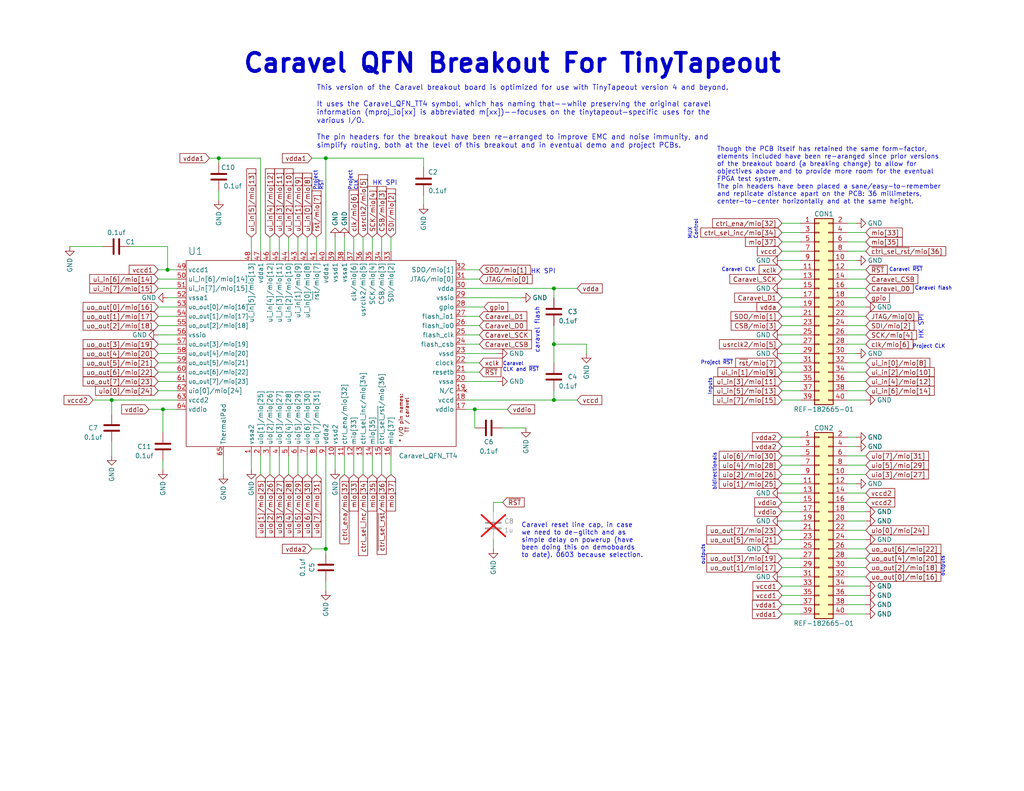
<source format=kicad_sch>
(kicad_sch (version 20231120) (generator "eeschema") (generator_version "8.0")
  (paper "A")
  (title_block (title "Caravel QFN Breakout") (date "2023-11-22") (rev "3.0") (company "Psychogenic Technologies") (comment 1 "(C) 2023 Pat Deegan"))
  (lib_symbols
    (symbol "Connector_Generic:Conn_02x20_Odd_Even" (pin_names (offset 1.016) hide)
      (property "Reference" "J" (at 1.27 25.4 0))
      (property "Value" "Conn_02x20_Odd_Even" (at 1.27 -27.94 0))
      (symbol "Conn_02x20_Odd_Even_1_1"
        (rectangle (start -1.27 -25.273) (end 0 -25.527) (stroke (width 0.1524)))
        (rectangle (start -1.27 -22.733) (end 0 -22.987) (stroke (width 0.1524)))
        (rectangle (start -1.27 -20.193) (end 0 -20.447) (stroke (width 0.1524)))
        (rectangle (start -1.27 -17.653) (end 0 -17.907) (stroke (width 0.1524)))
        (rectangle (start -1.27 -15.113) (end 0 -15.367) (stroke (width 0.1524)))
        (rectangle (start -1.27 -12.573) (end 0 -12.827) (stroke (width 0.1524)))
        (rectangle (start -1.27 -10.033) (end 0 -10.287) (stroke (width 0.1524)))
        (rectangle (start -1.27 -7.493) (end 0 -7.747) (stroke (width 0.1524)))
        (rectangle (start -1.27 -4.953) (end 0 -5.207) (stroke (width 0.1524)))
        (rectangle (start -1.27 -2.413) (end 0 -2.667) (stroke (width 0.1524)))
        (rectangle (start -1.27 0.127) (end 0 -0.127) (stroke (width 0.1524)))
        (rectangle (start -1.27 2.667) (end 0 2.413) (stroke (width 0.1524)))
        (rectangle (start -1.27 5.207) (end 0 4.953) (stroke (width 0.1524)))
        (rectangle (start -1.27 7.747) (end 0 7.493) (stroke (width 0.1524)))
        (rectangle (start -1.27 10.287) (end 0 10.033) (stroke (width 0.1524)))
        (rectangle (start -1.27 12.827) (end 0 12.573) (stroke (width 0.1524)))
        (rectangle (start -1.27 15.367) (end 0 15.113) (stroke (width 0.1524)))
        (rectangle (start -1.27 17.907) (end 0 17.653) (stroke (width 0.1524)))
        (rectangle (start -1.27 20.447) (end 0 20.193) (stroke (width 0.1524)))
        (rectangle (start -1.27 22.987) (end 0 22.733) (stroke (width 0.1524)))
        (rectangle (start -1.27 24.13) (end 3.81 -26.67) (stroke (width 0.254)) (fill (type background)))
        (rectangle (start 3.81 -25.273) (end 2.54 -25.527) (stroke (width 0.1524)))
        (rectangle (start 3.81 -22.733) (end 2.54 -22.987) (stroke (width 0.1524)))
        (rectangle (start 3.81 -20.193) (end 2.54 -20.447) (stroke (width 0.1524)))
        (rectangle (start 3.81 -17.653) (end 2.54 -17.907) (stroke (width 0.1524)))
        (rectangle (start 3.81 -15.113) (end 2.54 -15.367) (stroke (width 0.1524)))
        (rectangle (start 3.81 -12.573) (end 2.54 -12.827) (stroke (width 0.1524)))
        (rectangle (start 3.81 -10.033) (end 2.54 -10.287) (stroke (width 0.1524)))
        (rectangle (start 3.81 -7.493) (end 2.54 -7.747) (stroke (width 0.1524)))
        (rectangle (start 3.81 -4.953) (end 2.54 -5.207) (stroke (width 0.1524)))
        (rectangle (start 3.81 -2.413) (end 2.54 -2.667) (stroke (width 0.1524)))
        (rectangle (start 3.81 0.127) (end 2.54 -0.127) (stroke (width 0.1524)))
        (rectangle (start 3.81 2.667) (end 2.54 2.413) (stroke (width 0.1524)))
        (rectangle (start 3.81 5.207) (end 2.54 4.953) (stroke (width 0.1524)))
        (rectangle (start 3.81 7.747) (end 2.54 7.493) (stroke (width 0.1524)))
        (rectangle (start 3.81 10.287) (end 2.54 10.033) (stroke (width 0.1524)))
        (rectangle (start 3.81 12.827) (end 2.54 12.573) (stroke (width 0.1524)))
        (rectangle (start 3.81 15.367) (end 2.54 15.113) (stroke (width 0.1524)))
        (rectangle (start 3.81 17.907) (end 2.54 17.653) (stroke (width 0.1524)))
        (rectangle (start 3.81 20.447) (end 2.54 20.193) (stroke (width 0.1524)))
        (rectangle (start 3.81 22.987) (end 2.54 22.733) (stroke (width 0.1524)))
        (pin passive line (at -5.08 22.86 0) (length 3.81) (name "Pin_1") (number "1"))
        (pin passive line (at 7.62 12.7 180) (length 3.81) (name "Pin_10") (number "10"))
        (pin passive line (at -5.08 10.16 0) (length 3.81) (name "Pin_11") (number "11"))
        (pin passive line (at 7.62 10.16 180) (length 3.81) (name "Pin_12") (number "12"))
        (pin passive line (at -5.08 7.62 0) (length 3.81) (name "Pin_13") (number "13"))
        (pin passive line (at 7.62 7.62 180) (length 3.81) (name "Pin_14") (number "14"))
        (pin passive line (at -5.08 5.08 0) (length 3.81) (name "Pin_15") (number "15"))
        (pin passive line (at 7.62 5.08 180) (length 3.81) (name "Pin_16") (number "16"))
        (pin passive line (at -5.08 2.54 0) (length 3.81) (name "Pin_17") (number "17"))
        (pin passive line (at 7.62 2.54 180) (length 3.81) (name "Pin_18") (number "18"))
        (pin passive line (at -5.08 0 0) (length 3.81) (name "Pin_19") (number "19"))
        (pin passive line (at 7.62 22.86 180) (length 3.81) (name "Pin_2") (number "2"))
        (pin passive line (at 7.62 0 180) (length 3.81) (name "Pin_20") (number "20"))
        (pin passive line (at -5.08 -2.54 0) (length 3.81) (name "Pin_21") (number "21"))
        (pin passive line (at 7.62 -2.54 180) (length 3.81) (name "Pin_22") (number "22"))
        (pin passive line (at -5.08 -5.08 0) (length 3.81) (name "Pin_23") (number "23"))
        (pin passive line (at 7.62 -5.08 180) (length 3.81) (name "Pin_24") (number "24"))
        (pin passive line (at -5.08 -7.62 0) (length 3.81) (name "Pin_25") (number "25"))
        (pin passive line (at 7.62 -7.62 180) (length 3.81) (name "Pin_26") (number "26"))
        (pin passive line (at -5.08 -10.16 0) (length 3.81) (name "Pin_27") (number "27"))
        (pin passive line (at 7.62 -10.16 180) (length 3.81) (name "Pin_28") (number "28"))
        (pin passive line (at -5.08 -12.7 0) (length 3.81) (name "Pin_29") (number "29"))
        (pin passive line (at -5.08 20.32 0) (length 3.81) (name "Pin_3") (number "3"))
        (pin passive line (at 7.62 -12.7 180) (length 3.81) (name "Pin_30") (number "30"))
        (pin passive line (at -5.08 -15.24 0) (length 3.81) (name "Pin_31") (number "31"))
        (pin passive line (at 7.62 -15.24 180) (length 3.81) (name "Pin_32") (number "32"))
        (pin passive line (at -5.08 -17.78 0) (length 3.81) (name "Pin_33") (number "33"))
        (pin passive line (at 7.62 -17.78 180) (length 3.81) (name "Pin_34") (number "34"))
        (pin passive line (at -5.08 -20.32 0) (length 3.81) (name "Pin_35") (number "35"))
        (pin passive line (at 7.62 -20.32 180) (length 3.81) (name "Pin_36") (number "36"))
        (pin passive line (at -5.08 -22.86 0) (length 3.81) (name "Pin_37") (number "37"))
        (pin passive line (at 7.62 -22.86 180) (length 3.81) (name "Pin_38") (number "38"))
        (pin passive line (at -5.08 -25.4 0) (length 3.81) (name "Pin_39") (number "39"))
        (pin passive line (at 7.62 20.32 180) (length 3.81) (name "Pin_4") (number "4"))
        (pin passive line (at 7.62 -25.4 180) (length 3.81) (name "Pin_40") (number "40"))
        (pin passive line (at -5.08 17.78 0) (length 3.81) (name "Pin_5") (number "5"))
        (pin passive line (at 7.62 17.78 180) (length 3.81) (name "Pin_6") (number "6"))
        (pin passive line (at -5.08 15.24 0) (length 3.81) (name "Pin_7") (number "7"))
        (pin passive line (at 7.62 15.24 180) (length 3.81) (name "Pin_8") (number "8"))
        (pin passive line (at -5.08 12.7 0) (length 3.81) (name "Pin_9") (number "9"))
      )
    )
    (symbol "Device:C" (pin_numbers hide) (pin_names (offset 0.254))
      (property "Reference" "C" (at 0.635 2.54 0))
      (property "Value" "C" (at 0.635 -2.54 0))
      (symbol "C_0_1"
        (polyline (pts (xy -2.032 -0.762) (xy 2.032 -0.762)) (stroke (width 0.508)))
        (polyline (pts (xy -2.032 0.762) (xy 2.032 0.762)) (stroke (width 0.508)))
      )
      (symbol "C_1_1"
        (pin passive line (at 0 3.81 270) (length 2.794) (name "~") (number "1"))
        (pin passive line (at 0 -3.81 90) (length 2.794) (name "~") (number "2"))
      )
    )
    (symbol "TinyTapeout:Caravel_QFN_TT4"
      (property "Reference" "U1" (at -26.416 41.656 0))
      (property "Value" "Caravel_QFN_TT4" (at 26.035 -33.655 90))
      (symbol "Caravel_QFN_TT4_0_1"
        (rectangle (start -26.67 40.64) (end 24.13 -33.02))
      )
      (symbol "Caravel_QFN_TT4_1_1"
        (text "* I/O pin names:\n  TT / caravel" (at -18.796 -18.796 0) (effects (font (size 1 1))))
        (pin power_in line (at -29.21 22.86 0) (length 2.54) (name "vssa2") (number "1"))
        (pin power_in line (at -29.21 0 0) (length 2.54) (name "vssd2") (number "10"))
        (pin bidirectional line (at -29.21 -2.54 0) (length 2.54) (name "ctrl_ena/mio[32]") (number "11"))
        (pin bidirectional line (at -29.21 -5.08 0) (length 2.54) (name "mio[33]") (number "12"))
        (pin bidirectional line (at -29.21 -7.62 0) (length 2.54) (name "ctrl_sel_inc/mio[34]") (number "13"))
        (pin bidirectional line (at -29.21 -10.16 0) (length 2.54) (name "mio[35]") (number "14"))
        (pin bidirectional line (at -29.21 -12.7 0) (length 2.54) (name "~{ctrl_sel_rst}/mio[36]") (number "15"))
        (pin bidirectional line (at -29.21 -15.24 0) (length 2.54) (name "mio[37]") (number "16"))
        (pin power_in line (at -16.51 -35.56 90) (length 2.54) (name "vddio") (number "17"))
        (pin power_in line (at -13.97 -35.56 90) (length 2.54) (name "vccd") (number "18"))
        (pin no_connect line (at -11.43 -35.56 90) (length 2.54) (name "N/C") (number "19"))
        (pin bidirectional line (at -29.21 20.32 0) (length 2.54) (name "uio[1]/mio[25]") (number "2"))
        (pin power_in line (at -8.89 -35.56 90) (length 2.54) (name "vssa") (number "20"))
        (pin input line (at -6.35 -35.56 90) (length 2.54) (name "resetb") (number "21"))
        (pin input line (at -3.81 -35.56 90) (length 2.54) (name "clock") (number "22"))
        (pin power_in line (at -1.27 -35.56 90) (length 2.54) (name "vssd") (number "23"))
        (pin output line (at 1.27 -35.56 90) (length 2.54) (name "flash_csb") (number "24"))
        (pin output line (at 3.81 -35.56 90) (length 2.54) (name "flash_clk") (number "25"))
        (pin bidirectional line (at 6.35 -35.56 90) (length 2.54) (name "flash_io0") (number "26"))
        (pin bidirectional line (at 8.89 -35.56 90) (length 2.54) (name "flash_io1") (number "27"))
        (pin bidirectional line (at 11.43 -35.56 90) (length 2.54) (name "gpio") (number "28"))
        (pin power_in line (at 13.97 -35.56 90) (length 2.54) (name "vssio") (number "29"))
        (pin bidirectional line (at -29.21 17.78 0) (length 2.54) (name "uio[2]/mio[26]") (number "3"))
        (pin power_in line (at 16.51 -35.56 90) (length 2.54) (name "vdda") (number "30"))
        (pin bidirectional line (at 19.05 -35.56 90) (length 2.54) (name "JTAG/mio[0]") (number "31"))
        (pin bidirectional line (at 21.59 -35.56 90) (length 2.54) (name "SDO/mio[1]") (number "32"))
        (pin bidirectional line (at 26.67 -15.24 180) (length 2.54) (name "SDI/mio[2]") (number "33"))
        (pin bidirectional line (at 26.67 -12.7 180) (length 2.54) (name "CSB/mio[3]") (number "34"))
        (pin bidirectional line (at 26.67 -10.16 180) (length 2.54) (name "SCK/mio[4]") (number "35"))
        (pin bidirectional line (at 26.67 -7.62 180) (length 2.54) (name "usrclk2/mio[5]") (number "36"))
        (pin bidirectional line (at 26.67 -5.08 180) (length 2.54) (name "clk/mio[6]") (number "37"))
        (pin power_in line (at 26.67 -2.54 180) (length 2.54) (name "vssa1") (number "38"))
        (pin power_in line (at 26.67 0 180) (length 2.54) (name "vssd1") (number "39"))
        (pin bidirectional line (at -29.21 15.24 0) (length 2.54) (name "uio[3]/mio[27]") (number "4"))
        (pin power_in line (at 26.67 2.54 180) (length 2.54) (name "vdda1") (number "40"))
        (pin bidirectional line (at 26.67 5.08 180) (length 2.54) (name "~{rst}/mio[7]") (number "41"))
        (pin bidirectional line (at 26.67 7.62 180) (length 2.54) (name "ui_in[0]/mio[8]") (number "42"))
        (pin bidirectional line (at 26.67 10.16 180) (length 2.54) (name "ui_in[1]/mio[9]") (number "43"))
        (pin bidirectional line (at 26.67 12.7 180) (length 2.54) (name "ui_in[2]/mio[10]") (number "44"))
        (pin bidirectional line (at 26.67 15.24 180) (length 2.54) (name "ui_in[3]/mio[11]") (number "45"))
        (pin bidirectional line (at 26.67 17.78 180) (length 2.54) (name "ui_in[4]/mio[12]") (number "46"))
        (pin power_in line (at 26.67 20.32 180) (length 2.54) (name "vdda1") (number "47"))
        (pin bidirectional line (at 26.67 22.86 180) (length 2.54) (name "ui_in[5]/mio[13]") (number "48"))
        (pin power_in line (at 21.59 43.18 270) (length 2.54) (name "vccd1") (number "49"))
        (pin bidirectional line (at -29.21 12.7 0) (length 2.54) (name "uio[4]/mio[28]") (number "5"))
        (pin bidirectional line (at 19.05 43.18 270) (length 2.54) (name "ui_in[6]/mio[14]") (number "50"))
        (pin bidirectional line (at 16.51 43.18 270) (length 2.54) (name "ui_in[7]/mio[15]") (number "51"))
        (pin power_in line (at 13.97 43.18 270) (length 2.54) (name "vssa1") (number "52"))
        (pin bidirectional line (at 11.43 43.18 270) (length 2.54) (name "uo_out[0]/mio[16]") (number "53"))
        (pin bidirectional line (at 8.89 43.18 270) (length 2.54) (name "uo_out[1]/mio[17]") (number "54"))
        (pin bidirectional line (at 6.35 43.18 270) (length 2.54) (name "uo_out[2]/mio[18]") (number "55"))
        (pin power_in line (at 3.81 43.18 270) (length 2.54) (name "vssio") (number "56"))
        (pin bidirectional line (at 1.27 43.18 270) (length 2.54) (name "uo_out[3]/mio[19]") (number "57"))
        (pin bidirectional line (at -1.27 43.18 270) (length 2.54) (name "uo_out[4]/mio[20]") (number "58"))
        (pin bidirectional line (at -3.81 43.18 270) (length 2.54) (name "uo_out[5]/mio[21]") (number "59"))
        (pin bidirectional line (at -29.21 10.16 0) (length 2.54) (name "uio[5]/mio[29]") (number "6"))
        (pin bidirectional line (at -6.35 43.18 270) (length 2.54) (name "uo_out[6]/mio[22]") (number "60"))
        (pin bidirectional line (at -8.89 43.18 270) (length 2.54) (name "uo_out[7]/mio[23]") (number "61"))
        (pin bidirectional line (at -11.43 43.18 270) (length 2.54) (name "uio[0]/mio[24]") (number "62"))
        (pin power_in line (at -13.97 43.18 270) (length 2.54) (name "vccd2") (number "63"))
        (pin power_in line (at -16.51 43.18 270) (length 2.54) (name "vddio") (number "64"))
        (pin power_in line (at -29.21 30.48 0) (length 2.54) (name "ThermalPad") (number "65"))
        (pin bidirectional line (at -29.21 7.62 0) (length 2.54) (name "uio[6]/mio[30]") (number "7"))
        (pin bidirectional line (at -29.21 5.08 0) (length 2.54) (name "uio[7]/mio[31]") (number "8"))
        (pin power_in line (at -29.21 2.54 0) (length 2.54) (name "vdda2") (number "9"))
      )
    )
    (symbol "power:GND" (power) (pin_names (offset 0))
      (property "Value" "GND" (at 0 -3.81 0))
      (symbol "GND_0_1"
        (polyline (pts (xy 0 0) (xy 0 -1.27) (xy 1.27 -1.27) (xy 0 -2.54) (xy -1.27 -1.27) (xy 0 -1.27)))
      )
      (symbol "GND_1_1"
        (pin power_in line (at 0 0 270) (length 0) hide (name "GND") (number "1"))
      )
    )
    (symbol "psypassives:C_1u_0603_50V" (pin_numbers hide) (pin_names (offset 0.254))
      (property "Reference" "C" (at 0.635 2.54 0))
      (property "Display Value" "1u/50V" (at 11.43 1.524 0))
      (symbol "C_1u_0603_50V_0_1"
        (polyline (pts (xy -2.032 -0.762) (xy 2.032 -0.762)) (stroke (width 0.508)))
        (polyline (pts (xy -2.032 0.762) (xy 2.032 0.762)) (stroke (width 0.508)))
      )
      (symbol "C_1u_0603_50V_1_1"
        (pin passive line (at 0 3.81 270) (length 2.794) (name "~") (number "1"))
        (pin passive line (at 0 -3.81 90) (length 2.794) (name "~") (number "2"))
      )
    )
  )
  (junction (at 30.48 109.22))
  (junction (at 88.9 149.86))
  (junction (at 88.9 43.18))
  (junction (at 129.54 111.76))
  (junction (at 151.13 78.74))
  (junction (at 45.72 73.66))
  (junction (at 151.13 93.98))
  (junction (at 44.45 111.76))
  (junction (at 59.69 43.18))
  (junction (at 151.13 109.22))
  (wire (pts (xy 231.14 86.36) (xy 236.22 86.36)))
  (wire (pts (xy 104.14 64.77) (xy 104.14 68.58)))
  (wire (pts (xy 71.12 43.18) (xy 71.12 68.58)))
  (wire (pts (xy 93.98 129.54) (xy 93.98 124.46)))
  (wire (pts (xy 231.14 78.74) (xy 236.22 78.74)))
  (wire (pts (xy 48.26 106.68) (xy 43.18 106.68)))
  (wire (pts (xy 68.58 64.77) (xy 68.58 68.58)))
  (wire (pts (xy 88.9 124.46) (xy 88.9 149.86)))
  (wire (pts (xy 130.81 88.9) (xy 127 88.9)))
  (wire (pts (xy 130.81 86.36) (xy 127 86.36)))
  (wire (pts (xy 88.9 43.18) (xy 115.57 43.18)))
  (wire (pts (xy 93.98 64.77) (xy 93.98 68.58)))
  (wire (pts (xy 210.82 149.86) (xy 218.44 149.86)))
  (wire (pts (xy 45.72 67.31) (xy 35.56 67.31)))
  (wire (pts (xy 231.14 68.58) (xy 236.22 68.58)))
  (wire (pts (xy 99.06 64.77) (xy 99.06 68.58)))
  (wire (pts (xy 157.48 109.22) (xy 151.13 109.22)))
  (wire (pts (xy 60.96 124.46) (xy 60.96 129.54)))
  (wire (pts (xy 127 78.74) (xy 151.13 78.74)))
  (wire (pts (xy 213.36 160.02) (xy 218.44 160.02)))
  (wire (pts (xy 231.14 76.2) (xy 236.22 76.2)))
  (wire (pts (xy 213.36 73.66) (xy 218.44 73.66)))
  (wire (pts (xy 213.36 127) (xy 218.44 127)))
  (wire (pts (xy 129.54 111.76) (xy 127 111.76)))
  (wire (pts (xy 231.14 109.22) (xy 236.22 109.22)))
  (wire (pts (xy 101.6 129.54) (xy 101.6 124.46)))
  (wire (pts (xy 213.36 142.24) (xy 218.44 142.24)))
  (wire (pts (xy 104.14 129.54) (xy 104.14 124.46)))
  (wire (pts (xy 231.14 91.44) (xy 236.22 91.44)))
  (wire (pts (xy 83.82 129.54) (xy 83.82 124.46)))
  (wire (pts (xy 73.66 64.77) (xy 73.66 68.58)))
  (wire (pts (xy 231.14 147.32) (xy 236.22 147.32)))
  (wire (pts (xy 151.13 78.74) (xy 151.13 81.28)))
  (wire (pts (xy 231.14 119.38) (xy 233.68 119.38)))
  (wire (pts (xy 130.81 99.06) (xy 127 99.06)))
  (wire (pts (xy 231.14 106.68) (xy 236.22 106.68)))
  (wire (pts (xy 213.36 132.08) (xy 218.44 132.08)))
  (wire (pts (xy 143.51 116.84) (xy 137.16 116.84)))
  (wire (pts (xy 213.36 119.38) (xy 218.44 119.38)))
  (wire (pts (xy 233.68 96.52) (xy 231.14 96.52)))
  (wire (pts (xy 213.36 60.96) (xy 218.44 60.96)))
  (wire (pts (xy 231.14 157.48) (xy 236.22 157.48)))
  (wire (pts (xy 73.66 129.54) (xy 73.66 124.46)))
  (wire (pts (xy 78.74 64.77) (xy 78.74 68.58)))
  (wire (pts (xy 68.58 128.27) (xy 68.58 124.46)))
  (wire (pts (xy 157.48 78.74) (xy 151.13 78.74)))
  (wire (pts (xy 213.36 101.6) (xy 218.44 101.6)))
  (wire (pts (xy 231.14 99.06) (xy 236.22 99.06)))
  (wire (pts (xy 231.14 137.16) (xy 236.22 137.16)))
  (wire (pts (xy 231.14 127) (xy 236.22 127)))
  (wire (pts (xy 81.28 64.77) (xy 81.28 68.58)))
  (wire (pts (xy 91.44 68.58) (xy 91.44 64.77)))
  (wire (pts (xy 71.12 43.18) (xy 59.69 43.18)))
  (wire (pts (xy 48.26 76.2) (xy 43.18 76.2)))
  (wire (pts (xy 231.14 60.96) (xy 233.68 60.96)))
  (wire (pts (xy 101.6 64.77) (xy 101.6 68.58)))
  (wire (pts (xy 88.9 43.18) (xy 85.09 43.18)))
  (wire (pts (xy 231.14 160.02) (xy 236.22 160.02)))
  (wire (pts (xy 231.14 162.56) (xy 236.22 162.56)))
  (wire (pts (xy 151.13 93.98) (xy 160.02 93.98)))
  (wire (pts (xy 59.69 52.07) (xy 59.69 54.61)))
  (wire (pts (xy 231.14 73.66) (xy 236.22 73.66)))
  (wire (pts (xy 236.22 93.98) (xy 231.14 93.98)))
  (wire (pts (xy 30.48 109.22) (xy 25.4 109.22)))
  (wire (pts (xy 231.14 129.54) (xy 236.22 129.54)))
  (wire (pts (xy 76.2 64.77) (xy 76.2 68.58)))
  (wire (pts (xy 78.74 129.54) (xy 78.74 124.46)))
  (wire (pts (xy 231.14 104.14) (xy 236.22 104.14)))
  (wire (pts (xy 115.57 55.88) (xy 115.57 53.34)))
  (wire (pts (xy 44.45 111.76) (xy 44.45 118.11)))
  (wire (pts (xy 96.52 129.54) (xy 96.52 124.46)))
  (wire (pts (xy 86.36 129.54) (xy 86.36 124.46)))
  (wire (pts (xy 48.26 104.14) (xy 43.18 104.14)))
  (wire (pts (xy 231.14 124.46) (xy 236.22 124.46)))
  (wire (pts (xy 59.69 43.18) (xy 59.69 44.45)))
  (wire (pts (xy 151.13 106.68) (xy 151.13 109.22)))
  (wire (pts (xy 99.06 129.54) (xy 99.06 124.46)))
  (wire (pts (xy 130.81 101.6) (xy 127 101.6)))
  (wire (pts (xy 86.36 64.77) (xy 86.36 68.58)))
  (wire (pts (xy 43.18 73.66) (xy 45.72 73.66)))
  (wire (pts (xy 213.36 66.04) (xy 218.44 66.04)))
  (wire (pts (xy 130.81 91.44) (xy 127 91.44)))
  (wire (pts (xy 231.14 71.12) (xy 233.68 71.12)))
  (wire (pts (xy 213.36 86.36) (xy 218.44 86.36)))
  (wire (pts (xy 83.82 64.77) (xy 83.82 68.58)))
  (wire (pts (xy 213.36 157.48) (xy 218.44 157.48)))
  (wire (pts (xy 213.36 152.4) (xy 218.44 152.4)))
  (wire (pts (xy 19.05 67.31) (xy 27.94 67.31)))
  (wire (pts (xy 213.36 106.68) (xy 218.44 106.68)))
  (wire (pts (xy 48.26 96.52) (xy 43.18 96.52)))
  (wire (pts (xy 231.14 149.86) (xy 236.22 149.86)))
  (wire (pts (xy 213.36 83.82) (xy 218.44 83.82)))
  (wire (pts (xy 88.9 43.18) (xy 88.9 68.58)))
  (wire (pts (xy 134.62 147.32) (xy 134.62 149.86)))
  (wire (pts (xy 135.89 104.14) (xy 127 104.14)))
  (wire (pts (xy 213.36 124.46) (xy 218.44 124.46)))
  (wire (pts (xy 151.13 88.9) (xy 151.13 93.98)))
  (wire (pts (xy 213.36 137.16) (xy 218.44 137.16)))
  (wire (pts (xy 71.12 129.54) (xy 71.12 124.46)))
  (wire (pts (xy 57.15 43.18) (xy 59.69 43.18)))
  (wire (pts (xy 43.18 78.74) (xy 48.26 78.74)))
  (wire (pts (xy 129.54 111.76) (xy 138.43 111.76)))
  (wire (pts (xy 88.9 158.75) (xy 88.9 161.29)))
  (wire (pts (xy 48.26 83.82) (xy 43.18 83.82)))
  (wire (pts (xy 213.36 76.2) (xy 218.44 76.2)))
  (wire (pts (xy 213.36 63.5) (xy 218.44 63.5)))
  (wire (pts (xy 151.13 93.98) (xy 151.13 99.06)))
  (wire (pts (xy 213.36 139.7) (xy 218.44 139.7)))
  (wire (pts (xy 213.36 88.9) (xy 218.44 88.9)))
  (wire (pts (xy 44.45 125.73) (xy 44.45 128.27)))
  (wire (pts (xy 231.14 165.1) (xy 236.22 165.1)))
  (wire (pts (xy 213.36 154.94) (xy 218.44 154.94)))
  (wire (pts (xy 231.14 139.7) (xy 236.22 139.7)))
  (wire (pts (xy 213.36 129.54) (xy 218.44 129.54)))
  (wire (pts (xy 45.72 81.28) (xy 48.26 81.28)))
  (wire (pts (xy 151.13 109.22) (xy 127 109.22)))
  (wire (pts (xy 231.14 132.08) (xy 233.68 132.08)))
  (wire (pts (xy 213.36 99.06) (xy 218.44 99.06)))
  (wire (pts (xy 231.14 134.62) (xy 236.22 134.62)))
  (wire (pts (xy 48.26 99.06) (xy 43.18 99.06)))
  (wire (pts (xy 231.14 142.24) (xy 236.22 142.24)))
  (wire (pts (xy 91.44 128.27) (xy 91.44 124.46)))
  (wire (pts (xy 48.26 86.36) (xy 43.18 86.36)))
  (wire (pts (xy 231.14 144.78) (xy 236.22 144.78)))
  (wire (pts (xy 213.36 68.58) (xy 218.44 68.58)))
  (wire (pts (xy 231.14 167.64) (xy 236.22 167.64)))
  (wire (pts (xy 30.48 109.22) (xy 30.48 113.03)))
  (wire (pts (xy 213.36 165.1) (xy 218.44 165.1)))
  (wire (pts (xy 231.14 63.5) (xy 236.22 63.5)))
  (wire (pts (xy 213.36 121.92) (xy 218.44 121.92)))
  (wire (pts (xy 96.52 64.77) (xy 96.52 68.58)))
  (wire (pts (xy 129.54 111.76) (xy 129.54 116.84)))
  (wire (pts (xy 137.16 137.16) (xy 134.62 137.16)))
  (wire (pts (xy 45.72 73.66) (xy 45.72 67.31)))
  (wire (pts (xy 130.81 76.2) (xy 127 76.2)))
  (wire (pts (xy 213.36 147.32) (xy 218.44 147.32)))
  (wire (pts (xy 213.36 167.64) (xy 218.44 167.64)))
  (wire (pts (xy 213.36 162.56) (xy 218.44 162.56)))
  (wire (pts (xy 106.68 68.58) (xy 106.68 64.77)))
  (wire (pts (xy 44.45 111.76) (xy 48.26 111.76)))
  (wire (pts (xy 213.36 91.44) (xy 218.44 91.44)))
  (wire (pts (xy 30.48 120.65) (xy 30.48 124.46)))
  (wire (pts (xy 48.26 101.6) (xy 43.18 101.6)))
  (wire (pts (xy 130.81 73.66) (xy 127 73.66)))
  (wire (pts (xy 213.36 78.74) (xy 218.44 78.74)))
  (wire (pts (xy 213.36 134.62) (xy 218.44 134.62)))
  (wire (pts (xy 213.36 93.98) (xy 218.44 93.98)))
  (wire (pts (xy 134.62 137.16) (xy 134.62 139.7)))
  (wire (pts (xy 48.26 93.98) (xy 43.18 93.98)))
  (wire (pts (xy 213.36 144.78) (xy 218.44 144.78)))
  (wire (pts (xy 115.57 43.18) (xy 115.57 45.72)))
  (wire (pts (xy 231.14 101.6) (xy 236.22 101.6)))
  (wire (pts (xy 231.14 88.9) (xy 236.22 88.9)))
  (wire (pts (xy 76.2 129.54) (xy 76.2 124.46)))
  (wire (pts (xy 213.36 71.12) (xy 218.44 71.12)))
  (wire (pts (xy 231.14 66.04) (xy 236.22 66.04)))
  (wire (pts (xy 231.14 121.92) (xy 233.68 121.92)))
  (wire (pts (xy 231.14 81.28) (xy 236.22 81.28)))
  (wire (pts (xy 106.68 129.54) (xy 106.68 124.46)))
  (wire (pts (xy 213.36 104.14) (xy 218.44 104.14)))
  (wire (pts (xy 130.81 93.98) (xy 127 93.98)))
  (wire (pts (xy 231.14 152.4) (xy 236.22 152.4)))
  (wire (pts (xy 132.08 83.82) (xy 127 83.82)))
  (wire (pts (xy 30.48 109.22) (xy 48.26 109.22)))
  (wire (pts (xy 88.9 151.13) (xy 88.9 149.86)))
  (wire (pts (xy 213.36 81.28) (xy 218.44 81.28)))
  (wire (pts (xy 81.28 129.54) (xy 81.28 124.46)))
  (wire (pts (xy 43.18 91.44) (xy 48.26 91.44)))
  (wire (pts (xy 160.02 93.98) (xy 160.02 96.52)))
  (wire (pts (xy 88.9 149.86) (xy 85.09 149.86)))
  (wire (pts (xy 135.89 96.52) (xy 127 96.52)))
  (wire (pts (xy 231.14 154.94) (xy 236.22 154.94)))
  (wire (pts (xy 231.14 83.82) (xy 236.22 83.82)))
  (wire (pts (xy 48.26 88.9) (xy 43.18 88.9)))
  (wire (pts (xy 213.36 96.52) (xy 218.44 96.52)))
  (wire (pts (xy 45.72 73.66) (xy 48.26 73.66)))
  (wire (pts (xy 142.24 81.28) (xy 127 81.28)))
  (wire (pts (xy 40.64 111.76) (xy 44.45 111.76)))
  (wire (pts (xy 213.36 109.22) (xy 218.44 109.22)))
  (text "Caravel reset line cap, in case \nwe need to de-glitch and as\nsimple delay on powerup (have\nbeen doing this on demoboards\nto date). 0603 because selection." (at 142.24 152.4 0) (effects (font (size 1.27 1.27)) (justify left bottom)))
  (text "Caravel QFN Breakout For TinyTapeout" (at 66.04 20.32 0) (effects (font (size 5 5) (thickness 1) (bold yes)) (justify left bottom)))
  (text "Project\nCLK" (at 97.79 52.07 90) (effects (font (size 1 1)) (justify left bottom)))
  (text "MUX\nControl" (at 190.5 65.405 90) (effects (font (size 1 1)) (justify left bottom)))
  (text "Caravel CLK" (at 196.85 74.295 0) (effects (font (size 1 1)) (justify left bottom)))
  (text "HK SPI" (at 101.6 50.8 0) (effects (font (size 1.27 1.27)) (justify left bottom)))
  (text "HK SPI" (at 252.095 92.71 90) (effects (font (size 1.27 1.27)) (justify left bottom)))
  (text "outputs" (at 257.81 151.765 90) (effects (font (size 1 1)) (justify right bottom)))
  (text "HK SPI" (at 144.78 74.93 0) (effects (font (size 1.27 1.27)) (justify left bottom)))
  (text "outputs" (at 192.405 148.59 90) (effects (font (size 1 1)) (justify right bottom)))
  (text "Project ~{RST}" (at 191.135 99.695 0) (effects (font (size 1 1)) (justify left bottom)))
  (text "Caravel flash" (at 249.555 79.375 0) (effects (font (size 1 1)) (justify left bottom)))
  (text "Project CLK" (at 248.92 95.25 0) (effects (font (size 1 1)) (justify left bottom)))
  (text "Though the PCB itself has retained the same form-factor, \nelements included have been re-aranged since prior versions \nof the breakout board (a breaking change) to allow for \nobjectives above and to provide more room for the eventual \nFPGA test system.  \nThe pin headers have been placed a sane/easy-to-remember \nand replicate distance apart on the PCB: 36 millimeters, \ncenter-to-center horizontally and at the same height." (at 195.58 55.88 0) (effects (font (size 1.27 1.27)) (justify left bottom)))
  (text "Caravel ~{RST}" (at 242.57 74.295 0) (effects (font (size 1 1)) (justify left bottom)))
  (text "Inputs" (at 194.31 107.95 90) (effects (font (size 1 1)) (justify left bottom)))
  (text "bidirectionals" (at 195.58 133.985 90) (effects (font (size 1 1)) (justify left bottom)))
  (text "Caravel\nCLK and ~{RST}" (at 137.16 101.6 0) (effects (font (size 1 1)) (justify left bottom)))
  (text "Project\n~{RST}" (at 88.265 52.07 90) (effects (font (size 1 1)) (justify left bottom)))
  (text "This version of the Caravel breakout board is optimized for use with TinyTapeout version 4 and beyond.\n\nIt uses the Caravel_QFN_TT4 symbol, which has naming that--while preserving the original caravel \ninformation (mproj_io[xx] is abbreviated m[xx])--focuses on the tinytapeout-specific uses for the\nvarious I/O.\n\nThe pin headers for the breakout have been re-arranged to improve EMC and noise immunity, and \nsimplify routing, both at the level of this breakout and in eventual demo and project PCBs." (at 86.36 40.64 0) (effects (font (size 1.4 1.4)) (justify left bottom)))
  (text "caravel flash" (at 147.32 96.52 90) (effects (font (size 1.27 1.27)) (justify left bottom)))
  (global_label "JTAG{slash}mio[0]" (shape input) (at 236.22 86.36 0) (property "Intersheetrefs" "${INTERSHEET_REFS}" (effects (hide yes))))
  (global_label "CSB{slash}mio[3]" (shape input) (at 213.36 88.9 180) (property "Intersheetrefs" "${INTERSHEET_REFS}" (effects (hide yes))))
  (global_label "uo_out[5]{slash}mio[21]" (shape input) (at 43.18 99.06 180) (property "Intersheetrefs" "${INTERSHEET_REFS}" (effects (hide yes))))
  (global_label "ctrl_ena{slash}mio[32]" (shape input) (at 213.36 60.96 180) (property "Intersheetrefs" "${INTERSHEET_REFS}" (effects (hide yes))))
  (global_label "CSB{slash}mio[3]" (shape input) (at 104.14 64.77 90) (property "Intersheetrefs" "${INTERSHEET_REFS}" (effects (hide yes))))
  (global_label "uio[7]{slash}mio[31]" (shape input) (at 86.36 129.54 270) (property "Intersheetrefs" "${INTERSHEET_REFS}" (effects (hide yes))))
  (global_label "ui_in[1]{slash}mio[9]" (shape input) (at 213.36 101.6 180) (property "Intersheetrefs" "${INTERSHEET_REFS}" (effects (hide yes))))
  (global_label "ui_in[0]{slash}mio[8]" (shape input) (at 236.22 99.06 0) (property "Intersheetrefs" "${INTERSHEET_REFS}" (effects (hide yes))))
  (global_label "vdda2" (shape input) (at 85.09 149.86 180) (property "Intersheetrefs" "${INTERSHEET_REFS}" (effects (hide yes))))
  (global_label "uio[2]{slash}mio[26]" (shape input) (at 73.66 129.54 270) (property "Intersheetrefs" "${INTERSHEET_REFS}" (effects (hide yes))))
  (global_label "SDI{slash}mio[2]" (shape input) (at 236.22 88.9 0) (property "Intersheetrefs" "${INTERSHEET_REFS}" (effects (hide yes))))
  (global_label "vddio" (shape input) (at 213.36 137.16 180) (property "Intersheetrefs" "${INTERSHEET_REFS}" (effects (hide yes))))
  (global_label "Caravel_D1" (shape input) (at 130.81 86.36 0) (property "Intersheetrefs" "${INTERSHEET_REFS}" (effects (hide yes))))
  (global_label "ui_in[3]{slash}mio[11]" (shape input) (at 76.2 64.77 90) (property "Intersheetrefs" "${INTERSHEET_REFS}" (effects (hide yes))))
  (global_label "xclk" (shape input) (at 130.81 99.06 0) (property "Intersheetrefs" "${INTERSHEET_REFS}" (effects (hide yes))))
  (global_label "uo_out[7]{slash}mio[23]" (shape input) (at 43.18 104.14 180) (property "Intersheetrefs" "${INTERSHEET_REFS}" (effects (hide yes))))
  (global_label "~{RST}" (shape input) (at 236.22 73.66 0) (property "Intersheetrefs" "${INTERSHEET_REFS}" (effects (hide yes))))
  (global_label "vddio" (shape input) (at 40.64 111.76 180) (property "Intersheetrefs" "${INTERSHEET_REFS}" (effects (hide yes))))
  (global_label "uio[5]{slash}mio[29]" (shape input) (at 236.22 127 0) (property "Intersheetrefs" "${INTERSHEET_REFS}" (effects (hide yes))))
  (global_label "uio[1]{slash}mio[25]" (shape input) (at 213.36 132.08 180) (property "Intersheetrefs" "${INTERSHEET_REFS}" (effects (hide yes))))
  (global_label "uio[4]{slash}mio[28]" (shape input) (at 213.36 127 180) (property "Intersheetrefs" "${INTERSHEET_REFS}" (effects (hide yes))))
  (global_label "mio[35]" (shape input) (at 236.22 66.04 0) (property "Intersheetrefs" "${INTERSHEET_REFS}" (effects (hide yes))))
  (global_label "ui_in[0]{slash}mio[8]" (shape input) (at 83.82 64.77 90) (property "Intersheetrefs" "${INTERSHEET_REFS}" (effects (hide yes))))
  (global_label "JTAG{slash}mio[0]" (shape input) (at 130.81 76.2 0) (property "Intersheetrefs" "${INTERSHEET_REFS}" (effects (hide yes))))
  (global_label "ui_in[7]{slash}mio[15]" (shape input) (at 213.36 109.22 180) (property "Intersheetrefs" "${INTERSHEET_REFS}" (effects (hide yes))))
  (global_label "vdda1" (shape input) (at 213.36 167.64 180) (property "Intersheetrefs" "${INTERSHEET_REFS}" (effects (hide yes))))
  (global_label "gpio" (shape input) (at 236.22 81.28 0) (property "Intersheetrefs" "${INTERSHEET_REFS}" (effects (hide yes))))
  (global_label "mio[37]" (shape input) (at 106.68 129.54 270) (property "Intersheetrefs" "${INTERSHEET_REFS}" (effects (hide yes))))
  (global_label "Caravel_CSB" (shape input) (at 130.81 93.98 0) (property "Intersheetrefs" "${INTERSHEET_REFS}" (effects (hide yes))))
  (global_label "uo_out[6]{slash}mio[22]" (shape input) (at 236.22 149.86 0) (property "Intersheetrefs" "${INTERSHEET_REFS}" (effects (hide yes))))
  (global_label "uo_out[1]{slash}mio[17]" (shape input) (at 213.36 154.94 180) (property "Intersheetrefs" "${INTERSHEET_REFS}" (effects (hide yes))))
  (global_label "mio[37]" (shape input) (at 213.36 66.04 180) (property "Intersheetrefs" "${INTERSHEET_REFS}" (effects (hide yes))))
  (global_label "uo_out[4]{slash}mio[20]" (shape input) (at 43.18 96.52 180) (property "Intersheetrefs" "${INTERSHEET_REFS}" (effects (hide yes))))
  (global_label "vccd2" (shape input) (at 25.4 109.22 180) (property "Intersheetrefs" "${INTERSHEET_REFS}" (effects (hide yes))))
  (global_label "ui_in[2]{slash}mio[10]" (shape input) (at 78.74 64.77 90) (property "Intersheetrefs" "${INTERSHEET_REFS}" (effects (hide yes))))
  (global_label "Caravel_D0" (shape input) (at 236.22 78.74 0) (property "Intersheetrefs" "${INTERSHEET_REFS}" (effects (hide yes))))
  (global_label "vdda1" (shape input) (at 57.15 43.18 180) (property "Intersheetrefs" "${INTERSHEET_REFS}" (effects (hide yes))))
  (global_label "vddio" (shape input) (at 138.43 111.76 0) (property "Intersheetrefs" "${INTERSHEET_REFS}" (effects (hide yes))))
  (global_label "ctrl_sel_inc{slash}mio[34]" (shape input) (at 99.06 129.54 270) (property "Intersheetrefs" "${INTERSHEET_REFS}" (effects (hide yes))))
  (global_label "SDO{slash}mio[1]" (shape input) (at 213.36 86.36 180) (property "Intersheetrefs" "${INTERSHEET_REFS}" (effects (hide yes))))
  (global_label "vccd" (shape input) (at 213.36 68.58 180) (property "Intersheetrefs" "${INTERSHEET_REFS}" (effects (hide yes))))
  (global_label "usrclk2{slash}mio[5]" (shape input) (at 99.06 64.77 90) (property "Intersheetrefs" "${INTERSHEET_REFS}" (effects (hide yes))))
  (global_label "ui_in[6]{slash}mio[14]" (shape input) (at 43.18 76.2 180) (property "Intersheetrefs" "${INTERSHEET_REFS}" (effects (hide yes))))
  (global_label "Caravel_CSB" (shape input) (at 236.22 76.2 0) (property "Intersheetrefs" "${INTERSHEET_REFS}" (effects (hide yes))))
  (global_label "vdda1" (shape input) (at 85.09 43.18 180) (property "Intersheetrefs" "${INTERSHEET_REFS}" (effects (hide yes))))
  (global_label "uo_out[4]{slash}mio[20]" (shape input) (at 236.22 152.4 0) (property "Intersheetrefs" "${INTERSHEET_REFS}" (effects (hide yes))))
  (global_label "vccd1" (shape input) (at 43.18 73.66 180) (property "Intersheetrefs" "${INTERSHEET_REFS}" (effects (hide yes))))
  (global_label "vdda" (shape input) (at 157.48 78.74 0) (property "Intersheetrefs" "${INTERSHEET_REFS}" (effects (hide yes))))
  (global_label "mio[35]" (shape input) (at 101.6 129.54 270) (property "Intersheetrefs" "${INTERSHEET_REFS}" (effects (hide yes))))
  (global_label "vccd1" (shape input) (at 213.36 160.02 180) (property "Intersheetrefs" "${INTERSHEET_REFS}" (effects (hide yes))))
  (global_label "~{RST}" (shape input) (at 130.81 101.6 0) (property "Intersheetrefs" "${INTERSHEET_REFS}" (effects (hide yes))))
  (global_label "vdda2" (shape input) (at 213.36 121.92 180) (property "Intersheetrefs" "${INTERSHEET_REFS}" (effects (hide yes))))
  (global_label "uo_out[7]{slash}mio[23]" (shape input) (at 213.36 144.78 180) (property "Intersheetrefs" "${INTERSHEET_REFS}" (effects (hide yes))))
  (global_label "~{rst}{slash}mio[7]" (shape input) (at 86.36 64.77 90) (property "Intersheetrefs" "${INTERSHEET_REFS}" (effects (hide yes))))
  (global_label "uo_out[2]{slash}mio[18]" (shape input) (at 236.22 154.94 0) (property "Intersheetrefs" "${INTERSHEET_REFS}" (effects (hide yes))))
  (global_label "SDO{slash}mio[1]" (shape input) (at 130.81 73.66 0) (property "Intersheetrefs" "${INTERSHEET_REFS}" (effects (hide yes))))
  (global_label "vddio" (shape input) (at 213.36 139.7 180) (property "Intersheetrefs" "${INTERSHEET_REFS}" (effects (hide yes))))
  (global_label "ui_in[2]{slash}mio[10]" (shape input) (at 236.22 101.6 0) (property "Intersheetrefs" "${INTERSHEET_REFS}" (effects (hide yes))))
  (global_label "uio[4]{slash}mio[28]" (shape input) (at 78.74 129.54 270) (property "Intersheetrefs" "${INTERSHEET_REFS}" (effects (hide yes))))
  (global_label "uo_out[3]{slash}mio[19]" (shape input) (at 213.36 152.4 180) (property "Intersheetrefs" "${INTERSHEET_REFS}" (effects (hide yes))))
  (global_label "uio[1]{slash}mio[25]" (shape input) (at 71.12 129.54 270) (property "Intersheetrefs" "${INTERSHEET_REFS}" (effects (hide yes))))
  (global_label "SDI{slash}mio[2]" (shape input) (at 106.68 64.77 90) (property "Intersheetrefs" "${INTERSHEET_REFS}" (effects (hide yes))))
  (global_label "Caravel_D1" (shape input) (at 213.36 81.28 180) (property "Intersheetrefs" "${INTERSHEET_REFS}" (effects (hide yes))))
  (global_label "ctrl_sel_inc{slash}mio[34]" (shape input) (at 213.36 63.5 180) (property "Intersheetrefs" "${INTERSHEET_REFS}" (effects (hide yes))))
  (global_label "clk{slash}mio[6]" (shape input) (at 96.52 64.77 90) (property "Intersheetrefs" "${INTERSHEET_REFS}" (effects (hide yes))))
  (global_label "vccd1" (shape input) (at 213.36 162.56 180) (property "Intersheetrefs" "${INTERSHEET_REFS}" (effects (hide yes))))
  (global_label "xclk" (shape input) (at 213.36 73.66 180) (property "Intersheetrefs" "${INTERSHEET_REFS}" (effects (hide yes))))
  (global_label "uio[5]{slash}mio[29]" (shape input) (at 81.28 129.54 270) (property "Intersheetrefs" "${INTERSHEET_REFS}" (effects (hide yes))))
  (global_label "~{rst}{slash}mio[7]" (shape input) (at 213.36 99.06 180) (property "Intersheetrefs" "${INTERSHEET_REFS}" (effects (hide yes))))
  (global_label "uio[3]{slash}mio[27]" (shape input) (at 236.22 129.54 0) (property "Intersheetrefs" "${INTERSHEET_REFS}" (effects (hide yes))))
  (global_label "uo_out[0]{slash}mio[16]" (shape input) (at 43.18 83.82 180) (property "Intersheetrefs" "${INTERSHEET_REFS}" (effects (hide yes))))
  (global_label "uio[2]{slash}mio[26]" (shape input) (at 213.36 129.54 180) (property "Intersheetrefs" "${INTERSHEET_REFS}" (effects (hide yes))))
  (global_label "uo_out[5]{slash}mio[21]" (shape input) (at 213.36 147.32 180) (property "Intersheetrefs" "${INTERSHEET_REFS}" (effects (hide yes))))
  (global_label "vccd2" (shape input) (at 236.22 134.62 0) (property "Intersheetrefs" "${INTERSHEET_REFS}" (effects (hide yes))))
  (global_label "ui_in[5]{slash}mio[13]" (shape input) (at 68.58 64.77 90) (property "Intersheetrefs" "${INTERSHEET_REFS}" (effects (hide yes))))
  (global_label "uio[6]{slash}mio[30]" (shape input) (at 83.82 129.54 270) (property "Intersheetrefs" "${INTERSHEET_REFS}" (effects (hide yes))))
  (global_label "SCK{slash}mio[4]" (shape input) (at 236.22 91.44 0) (property "Intersheetrefs" "${INTERSHEET_REFS}" (effects (hide yes))))
  (global_label "uo_out[6]{slash}mio[22]" (shape input) (at 43.18 101.6 180) (property "Intersheetrefs" "${INTERSHEET_REFS}" (effects (hide yes))))
  (global_label "vccd2" (shape input) (at 236.22 137.16 0) (property "Intersheetrefs" "${INTERSHEET_REFS}" (effects (hide yes))))
  (global_label "ui_in[5]{slash}mio[13]" (shape input) (at 213.36 106.68 180) (property "Intersheetrefs" "${INTERSHEET_REFS}" (effects (hide yes))))
  (global_label "~{ctrl_sel_rst}{slash}mio[36]" (shape input) (at 236.22 68.58 0) (property "Intersheetrefs" "${INTERSHEET_REFS}" (effects (hide yes))))
  (global_label "uio[0]{slash}mio[24]" (shape input) (at 236.22 144.78 0) (property "Intersheetrefs" "${INTERSHEET_REFS}" (effects (hide yes))))
  (global_label "ui_in[6]{slash}mio[14]" (shape input) (at 236.22 106.68 0) (property "Intersheetrefs" "${INTERSHEET_REFS}" (effects (hide yes))))
  (global_label "uio[3]{slash}mio[27]" (shape input) (at 76.2 129.54 270) (property "Intersheetrefs" "${INTERSHEET_REFS}" (effects (hide yes))))
  (global_label "vccd" (shape input) (at 157.48 109.22 0) (property "Intersheetrefs" "${INTERSHEET_REFS}" (effects (hide yes))))
  (global_label "vdda1" (shape input) (at 213.36 165.1 180) (property "Intersheetrefs" "${INTERSHEET_REFS}" (effects (hide yes))))
  (global_label "ui_in[4]{slash}mio[12]" (shape input) (at 73.66 64.77 90) (property "Intersheetrefs" "${INTERSHEET_REFS}" (effects (hide yes))))
  (global_label "~{RST}" (shape input) (at 137.16 137.16 0) (property "Intersheetrefs" "${INTERSHEET_REFS}" (effects (hide yes))))
  (global_label "ui_in[7]{slash}mio[15]" (shape input) (at 43.18 78.74 180) (property "Intersheetrefs" "${INTERSHEET_REFS}" (effects (hide yes))))
  (global_label "vdda2" (shape input) (at 213.36 119.38 180) (property "Intersheetrefs" "${INTERSHEET_REFS}" (effects (hide yes))))
  (global_label "uo_out[2]{slash}mio[18]" (shape input) (at 43.18 88.9 180) (property "Intersheetrefs" "${INTERSHEET_REFS}" (effects (hide yes))))
  (global_label "gpio" (shape input) (at 132.08 83.82 0) (property "Intersheetrefs" "${INTERSHEET_REFS}" (effects (hide yes))))
  (global_label "uo_out[3]{slash}mio[19]" (shape input) (at 43.18 93.98 180) (property "Intersheetrefs" "${INTERSHEET_REFS}" (effects (hide yes))))
  (global_label "ui_in[4]{slash}mio[12]" (shape input) (at 236.22 104.14 0) (property "Intersheetrefs" "${INTERSHEET_REFS}" (effects (hide yes))))
  (global_label "Caravel_SCK" (shape input) (at 213.36 76.2 180) (property "Intersheetrefs" "${INTERSHEET_REFS}" (effects (hide yes))))
  (global_label "usrclk2{slash}mio[5]" (shape input) (at 213.36 93.98 180) (property "Intersheetrefs" "${INTERSHEET_REFS}" (effects (hide yes))))
  (global_label "SCK{slash}mio[4]" (shape input) (at 101.6 64.77 90) (property "Intersheetrefs" "${INTERSHEET_REFS}" (effects (hide yes))))
  (global_label "uio[0]{slash}mio[24]" (shape input) (at 43.18 106.68 180) (property "Intersheetrefs" "${INTERSHEET_REFS}" (effects (hide yes))))
  (global_label "vdda" (shape input) (at 213.36 83.82 180) (property "Intersheetrefs" "${INTERSHEET_REFS}" (effects (hide yes))))
  (global_label "Caravel_D0" (shape input) (at 130.81 88.9 0) (property "Intersheetrefs" "${INTERSHEET_REFS}" (effects (hide yes))))
  (global_label "~{ctrl_sel_rst}{slash}mio[36]" (shape input) (at 104.14 129.54 270) (property "Intersheetrefs" "${INTERSHEET_REFS}" (effects (hide yes))))
  (global_label "mio[33]" (shape input) (at 96.52 129.54 270) (property "Intersheetrefs" "${INTERSHEET_REFS}" (effects (hide yes))))
  (global_label "uio[6]{slash}mio[30]" (shape input) (at 213.36 124.46 180) (property "Intersheetrefs" "${INTERSHEET_REFS}" (effects (hide yes))))
  (global_label "ui_in[3]{slash}mio[11]" (shape input) (at 213.36 104.14 180) (property "Intersheetrefs" "${INTERSHEET_REFS}" (effects (hide yes))))
  (global_label "uo_out[0]{slash}mio[16]" (shape input) (at 236.22 157.48 0) (property "Intersheetrefs" "${INTERSHEET_REFS}" (effects (hide yes))))
  (global_label "Caravel_SCK" (shape input) (at 130.81 91.44 0) (property "Intersheetrefs" "${INTERSHEET_REFS}" (effects (hide yes))))
  (global_label "mio[33]" (shape input) (at 236.22 63.5 0) (property "Intersheetrefs" "${INTERSHEET_REFS}" (effects (hide yes))))
  (global_label "ctrl_ena{slash}mio[32]" (shape input) (at 93.98 129.54 270) (property "Intersheetrefs" "${INTERSHEET_REFS}" (effects (hide yes))))
  (global_label "clk{slash}mio[6]" (shape input) (at 236.22 93.98 0) (property "Intersheetrefs" "${INTERSHEET_REFS}" (effects (hide yes))))
  (global_label "uo_out[1]{slash}mio[17]" (shape input) (at 43.18 86.36 180) (property "Intersheetrefs" "${INTERSHEET_REFS}" (effects (hide yes))))
  (global_label "uio[7]{slash}mio[31]" (shape input) (at 236.22 124.46 0) (property "Intersheetrefs" "${INTERSHEET_REFS}" (effects (hide yes))))
  (global_label "ui_in[1]{slash}mio[9]" (shape input) (at 81.28 64.77 90) (property "Intersheetrefs" "${INTERSHEET_REFS}" (effects (hide yes))))
  (symbol (lib_id "Device:C") (at 151.13 85.09 0) (unit 1)
    (property "Reference" "C3" (at 156.21 85.09 0))
    (property "Value" "0.1uf" (at 154.94 87.63 0))
    (property "Footprint" "Capacitor_SMD:C_0402_1005Metric" (effects (hide yes)))
    (property "MPN" "CL05A104KA5NNNC" (effects (hide yes)))
    (property "MPN_ALT" "GRM155R71E104KE14J" (effects (hide yes)))
  )
  (symbol (lib_id "Device:C") (at 133.35 116.84 270) (unit 1)
    (property "Reference" "C6" (at 133.35 120.65 90))
    (property "Value" "0.1uf" (at 133.35 123.19 90))
    (property "Footprint" "Capacitor_SMD:C_0402_1005Metric" (effects (hide yes)))
    (property "MPN" "CL05A104KA5NNNC" (effects (hide yes)))
    (property "MPN_ALT" "GRM155R71E104KE14J" (effects (hide yes)))
  )
  (symbol (lib_id "Device:C") (at 151.13 102.87 0) (unit 1)
    (property "Reference" "C4" (at 156.21 102.87 0))
    (property "Value" "0.1uf" (at 154.94 105.41 0))
    (property "Footprint" "Capacitor_SMD:C_0402_1005Metric" (effects (hide yes)))
    (property "MPN" "CL05A104KA5NNNC" (effects (hide yes)))
    (property "MPN_ALT" "GRM155R71E104KE14J" (effects (hide yes)))
  )
  (symbol (lib_id "Device:C") (at 115.57 49.53 0) (unit 1)
    (property "Reference" "C2" (at 118.11 46.99 0))
    (property "Value" "0.1uf" (at 119.38 52.07 0))
    (property "Footprint" "Capacitor_SMD:C_0402_1005Metric" (effects (hide yes)))
    (property "MPN" "CL05A104KA5NNNC" (effects (hide yes)))
    (property "MPN_ALT" "GRM155R71E104KE14J" (effects (hide yes)))
  )
  (symbol (lib_id "Device:C") (at 30.48 116.84 180) (unit 1)
    (property "Reference" "C7" (at 25.4 116.84 0))
    (property "Value" "0.1uf" (at 25.4 119.38 0))
    (property "Footprint" "Capacitor_SMD:C_0402_1005Metric" (effects (hide yes)))
    (property "MPN" "CL05A104KA5NNNC" (effects (hide yes)))
    (property "MPN_ALT" "GRM155R71E104KE14J" (effects (hide yes)))
  )
  (symbol (lib_id "Device:C") (at 88.9 154.94 180) (unit 1)
    (property "Reference" "C5" (at 85.09 154.94 90))
    (property "Value" "0.1uf" (at 82.55 154.94 90))
    (property "Footprint" "Capacitor_SMD:C_0402_1005Metric" (effects (hide yes)))
    (property "MPN" "CL05A104KA5NNNC" (effects (hide yes)))
    (property "MPN_ALT" "GRM155R71E104KE14J" (effects (hide yes)))
  )
  (symbol (lib_id "Device:C") (at 31.75 67.31 90) (unit 1)
    (property "Reference" "C1" (at 35.56 66.04 90))
    (property "Value" "0.1uf" (at 31.75 63.5 90))
    (property "Footprint" "Capacitor_SMD:C_0402_1005Metric" (effects (hide yes)))
    (property "MPN" "CL05A104KA5NNNC" (effects (hide yes)))
    (property "MPN_ALT" "GRM155R71E104KE14J" (effects (hide yes)))
  )
  (symbol (lib_id "power:GND") (at 213.36 91.44 270) (unit 1)
    (property "Reference" "#PWR07" (effects (hide yes)))
    (property "Value" "GND" (at 208.28 91.44 90))
  )
  (symbol (lib_id "power:GND") (at 68.58 128.27 0) (unit 1)
    (property "Reference" "#PWR024" (effects (hide yes)))
    (property "Value" "GND" (at 68.58 133.35 90))
  )
  (symbol (lib_id "power:GND") (at 59.69 54.61 0) (unit 1)
    (property "Reference" "#PWR019" (effects (hide yes)))
    (property "Value" "GND" (at 59.69 59.69 90))
  )
  (symbol (lib_id "power:GND") (at 213.36 71.12 270) (unit 1)
    (property "Reference" "#PWR011" (effects (hide yes)))
    (property "Value" "GND" (at 208.28 71.12 90))
  )
  (symbol (lib_id "power:GND") (at 44.45 128.27 0) (unit 1)
    (property "Reference" "#PWR015" (effects (hide yes)))
    (property "Value" "GND" (at 44.45 133.35 90))
  )
  (symbol (lib_id "psypassives:C_1u_0603_50V") (at 134.62 143.51 0) (unit 1) (dnp yes)
    (property "Reference" "C8" (at 137.541 142.2979 0) (effects (justify left)))
    (property "Value" "1u" (effects (hide yes)))
    (property "Footprint" "Capacitor_SMD:C_0603_1608Metric" (effects (hide yes)))
    (property "Manufacturer" "GRT188R61H105KE13D" (effects (hide yes)))
    (property "Vendor" "490-12330-1-ND" (effects (hide yes)))
    (property "Display Value" "1u" (at 137.541 144.7221 0) (effects (justify left)))
  )
  (symbol (lib_id "power:GND") (at 233.68 121.92 90) (unit 1)
    (property "Reference" "#PWR013" (effects (hide yes)))
    (property "Value" "GND" (at 238.76 121.92 90))
  )
  (symbol (lib_id "Device:C") (at 59.69 48.26 0) (unit 1)
    (property "Reference" "C10" (at 62.23 45.72 0))
    (property "Value" "0.1uf" (at 63.5 50.8 0))
    (property "Footprint" "Capacitor_SMD:C_0402_1005Metric" (effects (hide yes)))
    (property "MPN" "CL05A104KA5NNNC" (effects (hide yes)))
    (property "MPN_ALT" "GRM155R71E104KE14J" (effects (hide yes)))
  )
  (symbol (lib_id "power:GND") (at 134.62 149.86 0) (unit 1)
    (property "Reference" "#PWR017" (effects (hide yes)))
    (property "Value" "GND" (at 134.62 154.94 90))
  )
  (symbol (lib_id "power:GND") (at 91.44 64.77 180) (unit 1)
    (property "Reference" "#PWR028" (effects (hide yes)))
    (property "Value" "GND" (at 91.44 59.69 90))
  )
  (symbol (lib_id "power:GND") (at 115.57 55.88 0) (unit 1)
    (property "Reference" "#PWR031" (effects (hide yes)))
    (property "Value" "GND" (at 115.57 60.96 90))
  )
  (symbol (lib_id "power:GND") (at 233.68 119.38 90) (unit 1)
    (property "Reference" "#PWR027" (effects (hide yes)))
    (property "Value" "GND" (at 238.76 119.38 90))
  )
  (symbol (lib_id "power:GND") (at 236.22 162.56 90) (unit 1)
    (property "Reference" "#PWR022" (effects (hide yes)))
    (property "Value" "GND" (at 241.3 162.56 90))
  )
  (symbol (lib_id "Device:C") (at 44.45 121.92 180) (unit 1)
    (property "Reference" "C11" (at 39.37 121.92 0))
    (property "Value" "0.1uf" (at 39.37 124.46 0))
    (property "Footprint" "Capacitor_SMD:C_0402_1005Metric" (effects (hide yes)))
    (property "MPN" "CL05A104KA5NNNC" (effects (hide yes)))
    (property "MPN_ALT" "GRM155R71E104KE14J" (effects (hide yes)))
  )
  (symbol (lib_id "power:GND") (at 88.9 161.29 0) (unit 1)
    (property "Reference" "#PWR025" (effects (hide yes)))
    (property "Value" "GND" (at 88.9 166.37 90))
  )
  (symbol (lib_id "power:GND") (at 142.24 81.28 90) (unit 1)
    (property "Reference" "#PWR034" (effects (hide yes)))
    (property "Value" "GND" (at 147.32 81.28 90))
  )
  (symbol (lib_id "power:GND") (at 236.22 83.82 90) (unit 1)
    (property "Reference" "#PWR03" (effects (hide yes)))
    (property "Value" "GND" (at 241.3 83.82 90))
  )
  (symbol (lib_id "power:GND") (at 213.36 78.74 270) (unit 1)
    (property "Reference" "#PWR05" (effects (hide yes)))
    (property "Value" "GND" (at 208.28 78.74 90))
  )
  (symbol (lib_id "power:GND") (at 233.68 60.96 90) (unit 1)
    (property "Reference" "#PWR01" (effects (hide yes)))
    (property "Value" "GND" (at 238.76 60.96 90))
  )
  (symbol (lib_id "power:GND") (at 143.51 116.84 0) (unit 1)
    (property "Reference" "#PWR035" (effects (hide yes)))
    (property "Value" "GND" (at 143.51 121.92 90))
  )
  (symbol (lib_id "power:GND") (at 213.36 157.48 270) (unit 1)
    (property "Reference" "#PWR021" (effects (hide yes)))
    (property "Value" "GND" (at 208.28 157.48 90))
  )
  (symbol (lib_id "power:GND") (at 30.48 124.46 0) (unit 1)
    (property "Reference" "#PWR08" (effects (hide yes)))
    (property "Value" "GND" (at 30.48 129.54 90))
  )
  (symbol (lib_id "power:GND") (at 236.22 109.22 90) (unit 1)
    (property "Reference" "#PWR012" (effects (hide yes)))
    (property "Value" "GND" (at 241.3 109.22 90))
  )
  (symbol (lib_id "Connector_Generic:Conn_02x20_Odd_Even") (at 223.52 83.82 0) (unit 1)
    (property "Reference" "CON1" (at 224.79 58.42 0))
    (property "Value" "REF-182665-01" (at 224.79 111.76 0))
    (property "Footprint" "BreakoutCommon:FH-00339" (effects (hide yes)))
    (property "MPN" "FH-00339" (effects (hide yes)))
    (property "MPN_ALT" "REF-182665-01 (or Harwin M20-7812045)" (effects (hide yes)))
  )
  (symbol (lib_id "power:GND") (at 45.72 81.28 270) (unit 1)
    (property "Reference" "#PWR018" (effects (hide yes)))
    (property "Value" "GND" (at 40.64 81.28 90))
  )
  (symbol (lib_id "power:GND") (at 233.68 96.52 90) (unit 1)
    (property "Reference" "#PWR04" (effects (hide yes)))
    (property "Value" "GND" (at 238.76 96.52 90))
  )
  (symbol (lib_id "power:GND") (at 60.96 129.54 0) (unit 1)
    (property "Reference" "#PWR020" (effects (hide yes)))
    (property "Value" "GND" (at 60.96 134.62 90))
  )
  (symbol (lib_id "power:GND") (at 236.22 139.7 90) (unit 1)
    (property "Reference" "#PWR014" (effects (hide yes)))
    (property "Value" "GND" (at 241.3 139.7 90))
  )
  (symbol (lib_id "power:GND") (at 160.02 96.52 0) (unit 1)
    (property "Reference" "#PWR036" (effects (hide yes)))
    (property "Value" "GND" (at 160.02 101.6 90))
  )
  (symbol (lib_id "TinyTapeout:Caravel_QFN_TT4") (at 91.44 95.25 90) (unit 1)
    (property "Reference" "U1" (at 53.34 68.58 90) (effects (font (size 2 2))))
    (property "Value" "Caravel_QFN_TT4" (at 116.84 124.46 90))
    (property "Footprint" "TinyTapeout:QFN-64-1EP_9x9mm_P0.5mm_EP7.65x7.65mm_REDUCEDPASTE" (effects (hide yes)))
    (property "Datasheet" "https://github.com/tinytapeout/tinytapeout-mpw7/blob/mpw7/INFO.md#pinout" (effects (hide yes)))
    (property "MPN" "TTASICCHIP03P5" (effects (hide yes)))
  )
  (symbol (lib_id "power:GND") (at 233.68 71.12 90) (unit 1)
    (property "Reference" "#PWR02" (effects (hide yes)))
    (property "Value" "GND" (at 238.76 71.12 90))
  )
  (symbol (lib_id "power:GND") (at 93.98 64.77 180) (unit 1)
    (property "Reference" "#PWR030" (effects (hide yes)))
    (property "Value" "GND" (at 93.98 59.69 90))
  )
  (symbol (lib_id "power:GND") (at 233.68 132.08 90) (unit 1)
    (property "Reference" "#PWR038" (effects (hide yes)))
    (property "Value" "GND" (at 238.76 132.08 90))
  )
  (symbol (lib_id "power:GND") (at 236.22 167.64 90) (unit 1)
    (property "Reference" "#PWR042" (effects (hide yes)))
    (property "Value" "GND" (at 241.3 167.64 90))
  )
  (symbol (lib_id "power:GND") (at 210.82 149.86 270) (unit 1)
    (property "Reference" "#PWR040" (effects (hide yes)))
    (property "Value" "GND" (at 205.74 149.86 90))
  )
  (symbol (lib_id "power:GND") (at 135.89 104.14 90) (unit 1)
    (property "Reference" "#PWR033" (effects (hide yes)))
    (property "Value" "GND" (at 140.97 104.14 90))
  )
  (symbol (lib_id "power:GND") (at 236.22 160.02 90) (unit 1)
    (property "Reference" "#PWR023" (effects (hide yes)))
    (property "Value" "GND" (at 241.3 160.02 90))
  )
  (symbol (lib_id "power:GND") (at 135.89 96.52 90) (unit 1)
    (property "Reference" "#PWR032" (effects (hide yes)))
    (property "Value" "GND" (at 140.97 96.52 90))
  )
  (symbol (lib_id "power:GND") (at 213.36 96.52 270) (unit 1)
    (property "Reference" "#PWR09" (effects (hide yes)))
    (property "Value" "GND" (at 208.28 96.52 90))
  )
  (symbol (lib_id "power:GND") (at 43.18 91.44 270) (unit 1)
    (property "Reference" "#PWR010" (effects (hide yes)))
    (property "Value" "GND" (at 38.1 91.44 90))
  )
  (symbol (lib_id "power:GND") (at 91.44 128.27 0) (unit 1)
    (property "Reference" "#PWR029" (effects (hide yes)))
    (property "Value" "GND" (at 91.44 133.35 90))
  )
  (symbol (lib_id "power:GND") (at 213.36 134.62 270) (unit 1)
    (property "Reference" "#PWR039" (effects (hide yes)))
    (property "Value" "GND" (at 208.28 134.62 90))
  )
  (symbol (lib_id "power:GND") (at 236.22 147.32 90) (unit 1)
    (property "Reference" "#PWR026" (effects (hide yes)))
    (property "Value" "GND" (at 241.3 147.32 90))
  )
  (symbol (lib_id "power:GND") (at 236.22 142.24 90) (unit 1)
    (property "Reference" "#PWR037" (effects (hide yes)))
    (property "Value" "GND" (at 241.3 142.24 90))
  )
  (symbol (lib_id "power:GND") (at 19.05 67.31 0) (unit 1)
    (property "Reference" "#PWR06" (effects (hide yes)))
    (property "Value" "GND" (at 19.05 72.39 90))
  )
  (symbol (lib_id "Connector_Generic:Conn_02x20_Odd_Even") (at 223.52 142.24 0) (unit 1)
    (property "Reference" "CON2" (at 224.79 116.84 0))
    (property "Value" "REF-182665-01" (at 224.79 170.18 0))
    (property "Footprint" "BreakoutCommon:FH-00339" (effects (hide yes)))
    (property "MPN" "FH-00339" (effects (hide yes)))
    (property "MPN_ALT" "REF-182665-01 (or Harwin M20-7812045)" (effects (hide yes)))
  )
  (symbol (lib_id "power:GND") (at 236.22 165.1 90) (unit 1)
    (property "Reference" "#PWR041" (effects (hide yes)))
    (property "Value" "GND" (at 241.3 165.1 90))
  )
  (symbol (lib_id "power:GND") (at 213.36 142.24 270) (unit 1)
    (property "Reference" "#PWR016" (effects (hide yes)))
    (property "Value" "GND" (at 208.28 142.24 90))
  )
)
</source>
